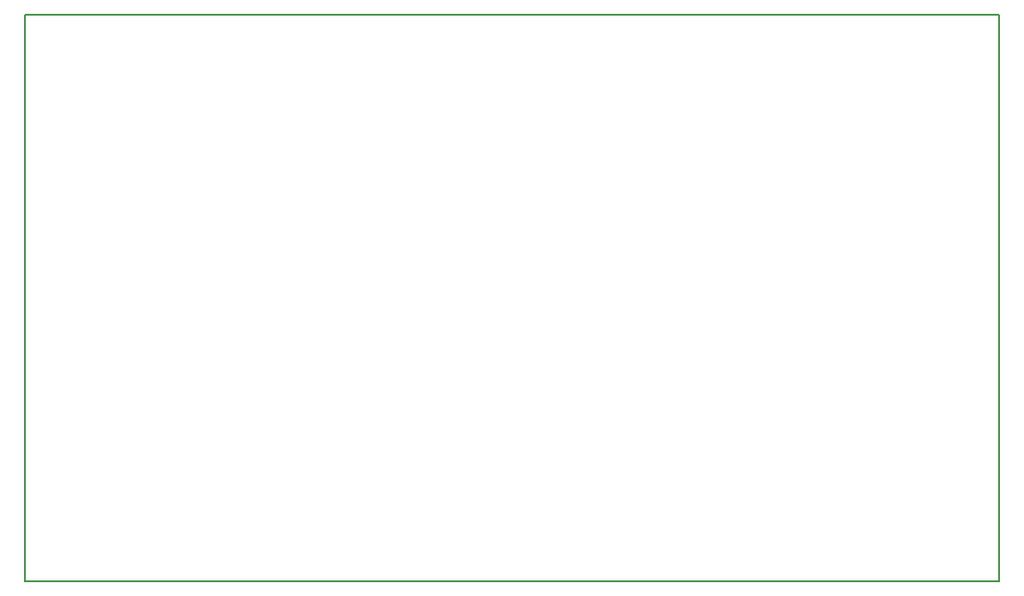
<source format=gbr>
G04 #@! TF.GenerationSoftware,KiCad,Pcbnew,5.1.8*
G04 #@! TF.CreationDate,2020-11-19T15:54:23+08:00*
G04 #@! TF.ProjectId,Main,4d61696e-2e6b-4696-9361-645f70636258,rev?*
G04 #@! TF.SameCoordinates,Original*
G04 #@! TF.FileFunction,Profile,NP*
%FSLAX46Y46*%
G04 Gerber Fmt 4.6, Leading zero omitted, Abs format (unit mm)*
G04 Created by KiCad (PCBNEW 5.1.8) date 2020-11-19 15:54:23*
%MOMM*%
%LPD*%
G01*
G04 APERTURE LIST*
G04 #@! TA.AperFunction,Profile*
%ADD10C,0.150000*%
G04 #@! TD*
G04 APERTURE END LIST*
D10*
X230060500Y-121666000D02*
X140716000Y-121666000D01*
X140716000Y-69596000D02*
X140716000Y-121666000D01*
X230060500Y-69596000D02*
X140716000Y-69596000D01*
X230060500Y-69596000D02*
X230060500Y-121666000D01*
M02*

</source>
